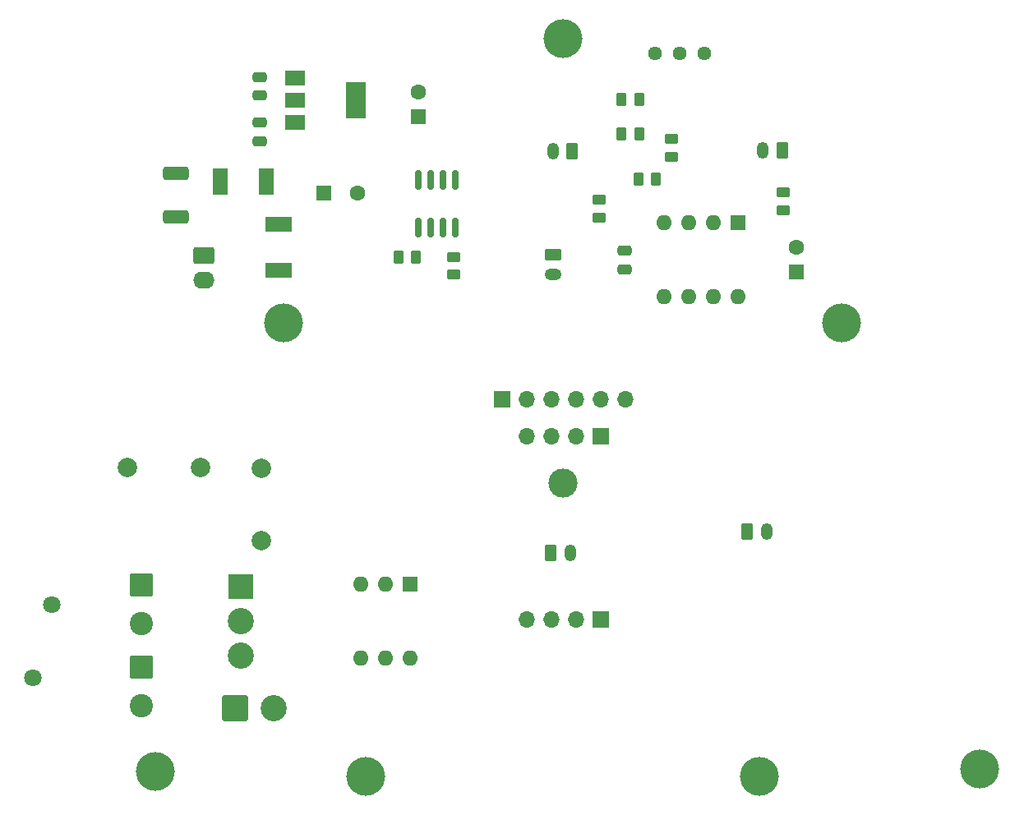
<source format=gts>
G04 #@! TF.GenerationSoftware,KiCad,Pcbnew,(6.0.5)*
G04 #@! TF.CreationDate,2022-05-29T13:56:34+02:00*
G04 #@! TF.ProjectId,Jogurtownica,4a6f6775-7274-46f7-976e-6963612e6b69,rev?*
G04 #@! TF.SameCoordinates,Original*
G04 #@! TF.FileFunction,Soldermask,Top*
G04 #@! TF.FilePolarity,Negative*
%FSLAX45Y45*%
G04 Gerber Fmt 4.5, Leading zero omitted, Abs format (unit mm)*
G04 Created by KiCad (PCBNEW (6.0.5)) date 2022-05-29 13:56:34*
%MOMM*%
%LPD*%
G01*
G04 APERTURE LIST*
G04 Aperture macros list*
%AMRoundRect*
0 Rectangle with rounded corners*
0 $1 Rounding radius*
0 $2 $3 $4 $5 $6 $7 $8 $9 X,Y pos of 4 corners*
0 Add a 4 corners polygon primitive as box body*
4,1,4,$2,$3,$4,$5,$6,$7,$8,$9,$2,$3,0*
0 Add four circle primitives for the rounded corners*
1,1,$1+$1,$2,$3*
1,1,$1+$1,$4,$5*
1,1,$1+$1,$6,$7*
1,1,$1+$1,$8,$9*
0 Add four rect primitives between the rounded corners*
20,1,$1+$1,$2,$3,$4,$5,0*
20,1,$1+$1,$4,$5,$6,$7,0*
20,1,$1+$1,$6,$7,$8,$9,0*
20,1,$1+$1,$8,$9,$2,$3,0*%
G04 Aperture macros list end*
%ADD10C,4.000000*%
%ADD11RoundRect,0.250000X-0.450000X0.262500X-0.450000X-0.262500X0.450000X-0.262500X0.450000X0.262500X0*%
%ADD12RoundRect,0.150000X0.150000X-0.825000X0.150000X0.825000X-0.150000X0.825000X-0.150000X-0.825000X0*%
%ADD13C,1.440000*%
%ADD14C,2.000000*%
%ADD15RoundRect,0.250000X-0.625000X0.350000X-0.625000X-0.350000X0.625000X-0.350000X0.625000X0.350000X0*%
%ADD16O,1.750000X1.200000*%
%ADD17R,1.500000X2.700000*%
%ADD18RoundRect,0.250001X-0.949999X0.949999X-0.949999X-0.949999X0.949999X-0.949999X0.949999X0.949999X0*%
%ADD19C,2.400000*%
%ADD20R,1.600000X1.600000*%
%ADD21C,1.600000*%
%ADD22RoundRect,0.250000X-0.262500X-0.450000X0.262500X-0.450000X0.262500X0.450000X-0.262500X0.450000X0*%
%ADD23RoundRect,0.250000X0.350000X0.625000X-0.350000X0.625000X-0.350000X-0.625000X0.350000X-0.625000X0*%
%ADD24O,1.200000X1.750000*%
%ADD25RoundRect,0.250000X-0.845000X0.620000X-0.845000X-0.620000X0.845000X-0.620000X0.845000X0.620000X0*%
%ADD26O,2.190000X1.740000*%
%ADD27RoundRect,0.250000X-0.475000X0.250000X-0.475000X-0.250000X0.475000X-0.250000X0.475000X0.250000X0*%
%ADD28C,1.800000*%
%ADD29RoundRect,0.250000X0.262500X0.450000X-0.262500X0.450000X-0.262500X-0.450000X0.262500X-0.450000X0*%
%ADD30RoundRect,0.250000X-0.350000X-0.625000X0.350000X-0.625000X0.350000X0.625000X-0.350000X0.625000X0*%
%ADD31RoundRect,0.250000X0.475000X-0.250000X0.475000X0.250000X-0.475000X0.250000X-0.475000X-0.250000X0*%
%ADD32O,1.600000X1.600000*%
%ADD33RoundRect,0.250001X-1.099999X-1.099999X1.099999X-1.099999X1.099999X1.099999X-1.099999X1.099999X0*%
%ADD34C,2.700000*%
%ADD35R,2.000000X1.500000*%
%ADD36R,2.000000X3.800000*%
%ADD37R,2.700000X1.500000*%
%ADD38RoundRect,0.250000X1.075000X-0.425000X1.075000X0.425000X-1.075000X0.425000X-1.075000X-0.425000X0*%
%ADD39C,3.000000*%
%ADD40R,2.500000X2.500000*%
%ADD41R,1.700000X1.700000*%
%ADD42O,1.700000X1.700000*%
G04 APERTURE END LIST*
D10*
G04 #@! TO.C,REF\u002A\u002A*
X14300000Y-12525000D03*
G04 #@! TD*
D11*
G04 #@! TO.C,R6*
X12275000Y-6583750D03*
X12275000Y-6766250D03*
G04 #@! TD*
G04 #@! TO.C,R2*
X11125000Y-6033750D03*
X11125000Y-6216250D03*
G04 #@! TD*
G04 #@! TO.C,R7*
X8875000Y-7248750D03*
X8875000Y-7431250D03*
G04 #@! TD*
D12*
G04 #@! TO.C,Q1*
X8509500Y-6947500D03*
X8636500Y-6947500D03*
X8763500Y-6947500D03*
X8890500Y-6947500D03*
X8890500Y-6452500D03*
X8763500Y-6452500D03*
X8636500Y-6452500D03*
X8509500Y-6452500D03*
G04 #@! TD*
D13*
G04 #@! TO.C,RV1*
X10950000Y-5152500D03*
X11204000Y-5152500D03*
X11458000Y-5152500D03*
G04 #@! TD*
D10*
G04 #@! TO.C,REF\u002A\u002A*
X7125000Y-7925000D03*
G04 #@! TD*
D14*
G04 #@! TO.C,C7*
X6900000Y-10174500D03*
X6900000Y-9424500D03*
G04 #@! TD*
D15*
G04 #@! TO.C,J2*
X9900000Y-7225000D03*
D16*
X9900000Y-7425000D03*
G04 #@! TD*
D17*
G04 #@! TO.C,D1*
X6950000Y-6475000D03*
X6470000Y-6475000D03*
G04 #@! TD*
D18*
G04 #@! TO.C,J10*
X5660000Y-10630000D03*
D19*
X5660000Y-11026000D03*
G04 #@! TD*
D20*
G04 #@! TO.C,C1*
X7540000Y-6590000D03*
D21*
X7890000Y-6590000D03*
G04 #@! TD*
D22*
G04 #@! TO.C,R3*
X10608750Y-5980000D03*
X10791250Y-5980000D03*
G04 #@! TD*
D20*
G04 #@! TO.C,C4*
X12410000Y-7400511D03*
D21*
X12410000Y-7150511D03*
G04 #@! TD*
D20*
G04 #@! TO.C,C5*
X8510000Y-5800511D03*
D21*
X8510000Y-5550511D03*
G04 #@! TD*
D23*
G04 #@! TO.C,J8*
X12260000Y-6150000D03*
D24*
X12060000Y-6150000D03*
G04 #@! TD*
D25*
G04 #@! TO.C,J1*
X6307028Y-7236046D03*
D26*
X6307028Y-7490046D03*
G04 #@! TD*
D27*
G04 #@! TO.C,C2*
X6880000Y-5865000D03*
X6880000Y-6055000D03*
G04 #@! TD*
D28*
G04 #@! TO.C,RV2*
X4735000Y-10835000D03*
X4545000Y-11585000D03*
G04 #@! TD*
D29*
G04 #@! TO.C,R4*
X10961250Y-6450000D03*
X10778750Y-6450000D03*
G04 #@! TD*
D30*
G04 #@! TO.C,J9*
X11900000Y-10080000D03*
D24*
X12100000Y-10080000D03*
G04 #@! TD*
D18*
G04 #@! TO.C,J11*
X5660000Y-11480000D03*
D19*
X5660000Y-11876000D03*
G04 #@! TD*
D31*
G04 #@! TO.C,C6*
X10640000Y-7375000D03*
X10640000Y-7185000D03*
G04 #@! TD*
D20*
G04 #@! TO.C,U3*
X8427500Y-10620000D03*
D32*
X8173500Y-10620000D03*
X7919500Y-10620000D03*
X7919500Y-11382000D03*
X8173500Y-11382000D03*
X8427500Y-11382000D03*
G04 #@! TD*
D30*
G04 #@! TO.C,J6*
X9880000Y-10300000D03*
D24*
X10080000Y-10300000D03*
G04 #@! TD*
D33*
G04 #@! TO.C,J12*
X6627000Y-11897500D03*
D34*
X7023000Y-11897500D03*
G04 #@! TD*
D10*
G04 #@! TO.C,REF\u002A\u002A*
X5800000Y-12550000D03*
G04 #@! TD*
G04 #@! TO.C,REF\u002A\u002A*
X10000000Y-5000000D03*
G04 #@! TD*
D20*
G04 #@! TO.C,U2*
X11805000Y-6895000D03*
D32*
X11551000Y-6895000D03*
X11297000Y-6895000D03*
X11043000Y-6895000D03*
X11043000Y-7657000D03*
X11297000Y-7657000D03*
X11551000Y-7657000D03*
X11805000Y-7657000D03*
G04 #@! TD*
D29*
G04 #@! TO.C,R1*
X10791250Y-5625000D03*
X10608750Y-5625000D03*
G04 #@! TD*
D11*
G04 #@! TO.C,R5*
X10375000Y-6658750D03*
X10375000Y-6841250D03*
G04 #@! TD*
D23*
G04 #@! TO.C,J7*
X10100000Y-6155000D03*
D24*
X9900000Y-6155000D03*
G04 #@! TD*
D10*
G04 #@! TO.C,REF\u002A\u002A*
X12875000Y-7925000D03*
G04 #@! TD*
D29*
G04 #@! TO.C,R9*
X8491250Y-7250000D03*
X8308750Y-7250000D03*
G04 #@! TD*
D35*
G04 #@! TO.C,U1*
X7242028Y-5406046D03*
X7242028Y-5636046D03*
D36*
X7872028Y-5636046D03*
D35*
X7242028Y-5866046D03*
G04 #@! TD*
D37*
G04 #@! TO.C,D2*
X7070000Y-6910000D03*
X7070000Y-7390000D03*
G04 #@! TD*
D38*
G04 #@! TO.C,F1*
X6015000Y-6840000D03*
X6015000Y-6390000D03*
G04 #@! TD*
D39*
G04 #@! TO.C,REF\u002A\u002A*
X10000000Y-9580000D03*
G04 #@! TD*
D10*
G04 #@! TO.C,REF\u002A\u002A*
X12025000Y-12600000D03*
G04 #@! TD*
G04 #@! TO.C,REF\u002A\u002A*
X7975000Y-12600000D03*
G04 #@! TD*
D31*
G04 #@! TO.C,C3*
X6880000Y-5585000D03*
X6880000Y-5395000D03*
G04 #@! TD*
D14*
G04 #@! TO.C,C8*
X5515500Y-9420000D03*
X6265500Y-9420000D03*
G04 #@! TD*
D40*
G04 #@! TO.C,Q4*
X6685500Y-10646000D03*
D34*
X6685500Y-11000000D03*
X6685500Y-11356000D03*
G04 #@! TD*
D41*
G04 #@! TO.C,J5*
X10390000Y-10987500D03*
D42*
X10136000Y-10987500D03*
X9882000Y-10987500D03*
X9628000Y-10987500D03*
G04 #@! TD*
D41*
G04 #@! TO.C,J4*
X9375000Y-8720000D03*
D42*
X9629000Y-8720000D03*
X9883000Y-8720000D03*
X10137000Y-8720000D03*
X10391000Y-8720000D03*
X10645000Y-8720000D03*
G04 #@! TD*
D41*
G04 #@! TO.C,J3*
X10390000Y-9100000D03*
D42*
X10136000Y-9100000D03*
X9882000Y-9100000D03*
X9628000Y-9100000D03*
G04 #@! TD*
M02*

</source>
